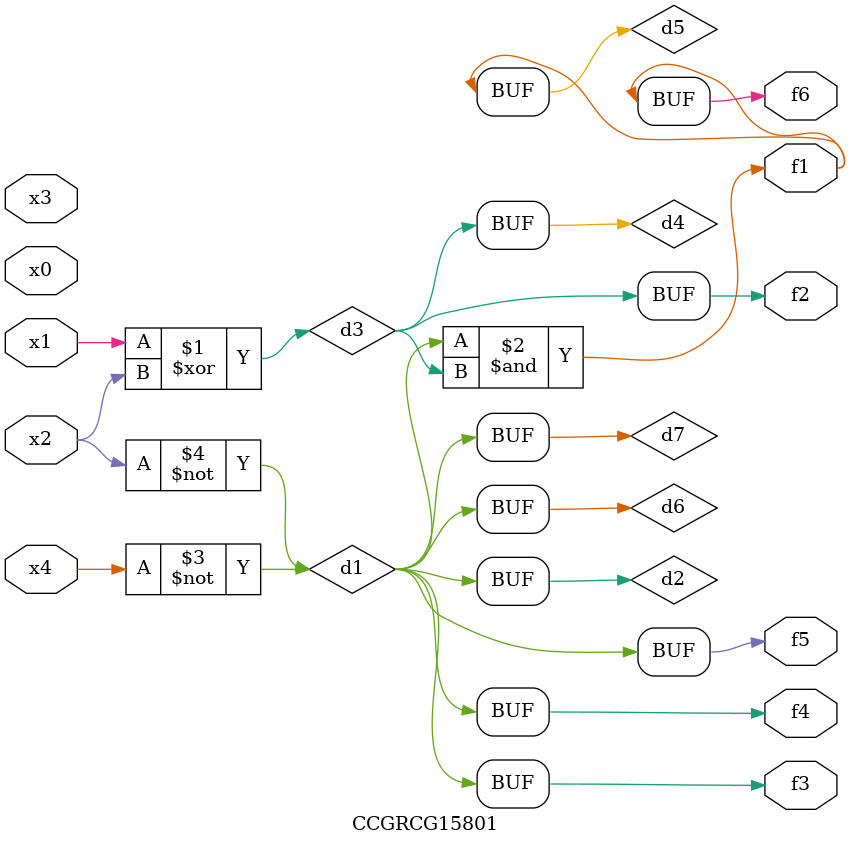
<source format=v>
module CCGRCG15801(
	input x0, x1, x2, x3, x4,
	output f1, f2, f3, f4, f5, f6
);

	wire d1, d2, d3, d4, d5, d6, d7;

	not (d1, x4);
	not (d2, x2);
	xor (d3, x1, x2);
	buf (d4, d3);
	and (d5, d1, d3);
	buf (d6, d1, d2);
	buf (d7, d2);
	assign f1 = d5;
	assign f2 = d4;
	assign f3 = d7;
	assign f4 = d7;
	assign f5 = d7;
	assign f6 = d5;
endmodule

</source>
